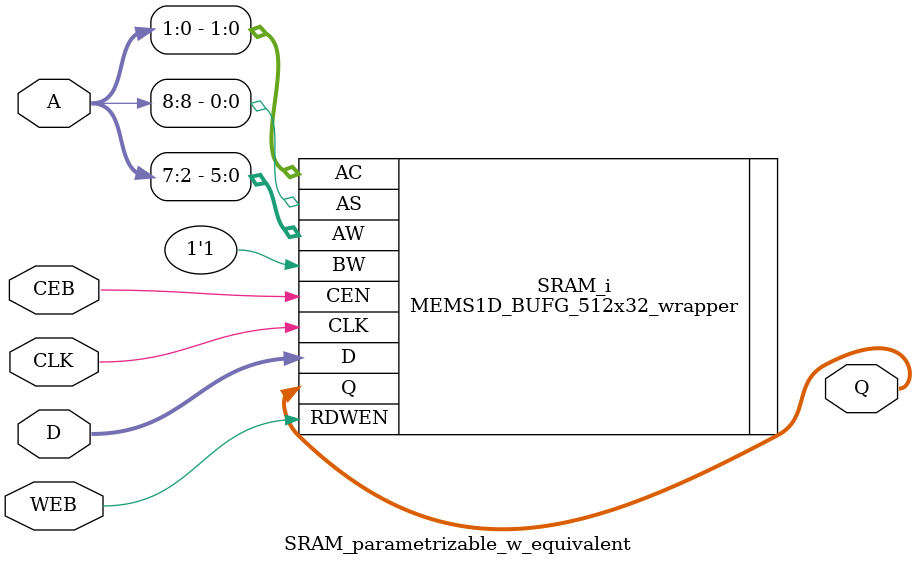
<source format=sv>
module SRAM_parametrizable_w_equivalent #(
parameter integer numWord=2048,
parameter integer numBit=32) (
                        CLK, CEB, WEB,
                        A, D, 
                        Q
);

// Define Parameter


parameter numWordAddr = $clog2(numWord);



// Mode Control   
// Normal Mode Input
input CLK;
input CEB;
input WEB;
input [numWordAddr-1:0] A;
input [numBit-1:0] D;
// Data Output
output reg [numBit-1:0] Q;

/*
////// 
integer i;
reg [numBit-1:0] memory[numWord-1:0];

// Writing
always @(posedge CLK)
  begin
      if (CEB==0 && WEB==0)
        begin
          memory[A]<= D;
        end  
  end
  
 //Reading
 always @(posedge CLK)
  begin
    if (CEB==0 && WEB==1)
      begin
        Q <= memory[A];
      end
  end
*/

        MEMS1D_BUFG_512x32_wrapper SRAM_i
         (
            .CLK   ( CLK         ),
            .D     ( D           ),
            .AS    ( A[8]        ),
            .AW    ( A[7:2]      ),
            .AC    ( A[1:0]      ),
            .CEN   ( CEB         ),
            .RDWEN ( WEB         ),
            .BW    ( '1          ),
            .Q     ( Q           )
         );

endmodule

</source>
